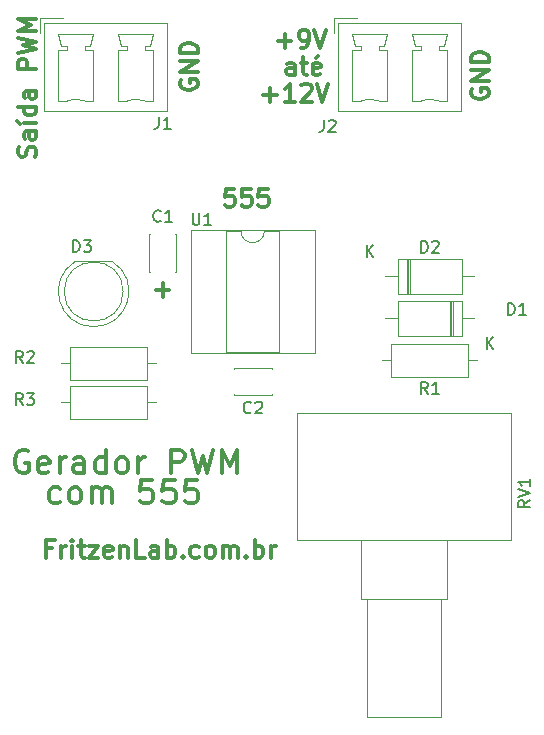
<source format=gto>
G04 #@! TF.GenerationSoftware,KiCad,Pcbnew,8.0.6*
G04 #@! TF.CreationDate,2024-11-03T16:49:19-03:00*
G04 #@! TF.ProjectId,555-gerador-PWM-r01,3535352d-6765-4726-9164-6f722d50574d,rev?*
G04 #@! TF.SameCoordinates,Original*
G04 #@! TF.FileFunction,Legend,Top*
G04 #@! TF.FilePolarity,Positive*
%FSLAX46Y46*%
G04 Gerber Fmt 4.6, Leading zero omitted, Abs format (unit mm)*
G04 Created by KiCad (PCBNEW 8.0.6) date 2024-11-03 16:49:19*
%MOMM*%
%LPD*%
G01*
G04 APERTURE LIST*
%ADD10C,0.300000*%
%ADD11C,0.150000*%
%ADD12C,0.120000*%
G04 APERTURE END LIST*
D10*
X124667047Y-126544400D02*
X124476571Y-126639638D01*
X124476571Y-126639638D02*
X124095618Y-126639638D01*
X124095618Y-126639638D02*
X123905142Y-126544400D01*
X123905142Y-126544400D02*
X123809904Y-126449161D01*
X123809904Y-126449161D02*
X123714666Y-126258685D01*
X123714666Y-126258685D02*
X123714666Y-125687257D01*
X123714666Y-125687257D02*
X123809904Y-125496780D01*
X123809904Y-125496780D02*
X123905142Y-125401542D01*
X123905142Y-125401542D02*
X124095618Y-125306304D01*
X124095618Y-125306304D02*
X124476571Y-125306304D01*
X124476571Y-125306304D02*
X124667047Y-125401542D01*
X125809904Y-126639638D02*
X125619428Y-126544400D01*
X125619428Y-126544400D02*
X125524190Y-126449161D01*
X125524190Y-126449161D02*
X125428952Y-126258685D01*
X125428952Y-126258685D02*
X125428952Y-125687257D01*
X125428952Y-125687257D02*
X125524190Y-125496780D01*
X125524190Y-125496780D02*
X125619428Y-125401542D01*
X125619428Y-125401542D02*
X125809904Y-125306304D01*
X125809904Y-125306304D02*
X126095619Y-125306304D01*
X126095619Y-125306304D02*
X126286095Y-125401542D01*
X126286095Y-125401542D02*
X126381333Y-125496780D01*
X126381333Y-125496780D02*
X126476571Y-125687257D01*
X126476571Y-125687257D02*
X126476571Y-126258685D01*
X126476571Y-126258685D02*
X126381333Y-126449161D01*
X126381333Y-126449161D02*
X126286095Y-126544400D01*
X126286095Y-126544400D02*
X126095619Y-126639638D01*
X126095619Y-126639638D02*
X125809904Y-126639638D01*
X127333714Y-126639638D02*
X127333714Y-125306304D01*
X127333714Y-125496780D02*
X127428952Y-125401542D01*
X127428952Y-125401542D02*
X127619428Y-125306304D01*
X127619428Y-125306304D02*
X127905143Y-125306304D01*
X127905143Y-125306304D02*
X128095619Y-125401542D01*
X128095619Y-125401542D02*
X128190857Y-125592019D01*
X128190857Y-125592019D02*
X128190857Y-126639638D01*
X128190857Y-125592019D02*
X128286095Y-125401542D01*
X128286095Y-125401542D02*
X128476571Y-125306304D01*
X128476571Y-125306304D02*
X128762285Y-125306304D01*
X128762285Y-125306304D02*
X128952762Y-125401542D01*
X128952762Y-125401542D02*
X129048000Y-125592019D01*
X129048000Y-125592019D02*
X129048000Y-126639638D01*
X132476572Y-124639638D02*
X131524191Y-124639638D01*
X131524191Y-124639638D02*
X131428953Y-125592019D01*
X131428953Y-125592019D02*
X131524191Y-125496780D01*
X131524191Y-125496780D02*
X131714667Y-125401542D01*
X131714667Y-125401542D02*
X132190858Y-125401542D01*
X132190858Y-125401542D02*
X132381334Y-125496780D01*
X132381334Y-125496780D02*
X132476572Y-125592019D01*
X132476572Y-125592019D02*
X132571810Y-125782495D01*
X132571810Y-125782495D02*
X132571810Y-126258685D01*
X132571810Y-126258685D02*
X132476572Y-126449161D01*
X132476572Y-126449161D02*
X132381334Y-126544400D01*
X132381334Y-126544400D02*
X132190858Y-126639638D01*
X132190858Y-126639638D02*
X131714667Y-126639638D01*
X131714667Y-126639638D02*
X131524191Y-126544400D01*
X131524191Y-126544400D02*
X131428953Y-126449161D01*
X134381334Y-124639638D02*
X133428953Y-124639638D01*
X133428953Y-124639638D02*
X133333715Y-125592019D01*
X133333715Y-125592019D02*
X133428953Y-125496780D01*
X133428953Y-125496780D02*
X133619429Y-125401542D01*
X133619429Y-125401542D02*
X134095620Y-125401542D01*
X134095620Y-125401542D02*
X134286096Y-125496780D01*
X134286096Y-125496780D02*
X134381334Y-125592019D01*
X134381334Y-125592019D02*
X134476572Y-125782495D01*
X134476572Y-125782495D02*
X134476572Y-126258685D01*
X134476572Y-126258685D02*
X134381334Y-126449161D01*
X134381334Y-126449161D02*
X134286096Y-126544400D01*
X134286096Y-126544400D02*
X134095620Y-126639638D01*
X134095620Y-126639638D02*
X133619429Y-126639638D01*
X133619429Y-126639638D02*
X133428953Y-126544400D01*
X133428953Y-126544400D02*
X133333715Y-126449161D01*
X136286096Y-124639638D02*
X135333715Y-124639638D01*
X135333715Y-124639638D02*
X135238477Y-125592019D01*
X135238477Y-125592019D02*
X135333715Y-125496780D01*
X135333715Y-125496780D02*
X135524191Y-125401542D01*
X135524191Y-125401542D02*
X136000382Y-125401542D01*
X136000382Y-125401542D02*
X136190858Y-125496780D01*
X136190858Y-125496780D02*
X136286096Y-125592019D01*
X136286096Y-125592019D02*
X136381334Y-125782495D01*
X136381334Y-125782495D02*
X136381334Y-126258685D01*
X136381334Y-126258685D02*
X136286096Y-126449161D01*
X136286096Y-126449161D02*
X136190858Y-126544400D01*
X136190858Y-126544400D02*
X136000382Y-126639638D01*
X136000382Y-126639638D02*
X135524191Y-126639638D01*
X135524191Y-126639638D02*
X135333715Y-126544400D01*
X135333715Y-126544400D02*
X135238477Y-126449161D01*
X121968666Y-122194876D02*
X121778190Y-122099638D01*
X121778190Y-122099638D02*
X121492476Y-122099638D01*
X121492476Y-122099638D02*
X121206761Y-122194876D01*
X121206761Y-122194876D02*
X121016285Y-122385352D01*
X121016285Y-122385352D02*
X120921047Y-122575828D01*
X120921047Y-122575828D02*
X120825809Y-122956780D01*
X120825809Y-122956780D02*
X120825809Y-123242495D01*
X120825809Y-123242495D02*
X120921047Y-123623447D01*
X120921047Y-123623447D02*
X121016285Y-123813923D01*
X121016285Y-123813923D02*
X121206761Y-124004400D01*
X121206761Y-124004400D02*
X121492476Y-124099638D01*
X121492476Y-124099638D02*
X121682952Y-124099638D01*
X121682952Y-124099638D02*
X121968666Y-124004400D01*
X121968666Y-124004400D02*
X122063904Y-123909161D01*
X122063904Y-123909161D02*
X122063904Y-123242495D01*
X122063904Y-123242495D02*
X121682952Y-123242495D01*
X123682952Y-124004400D02*
X123492476Y-124099638D01*
X123492476Y-124099638D02*
X123111523Y-124099638D01*
X123111523Y-124099638D02*
X122921047Y-124004400D01*
X122921047Y-124004400D02*
X122825809Y-123813923D01*
X122825809Y-123813923D02*
X122825809Y-123052019D01*
X122825809Y-123052019D02*
X122921047Y-122861542D01*
X122921047Y-122861542D02*
X123111523Y-122766304D01*
X123111523Y-122766304D02*
X123492476Y-122766304D01*
X123492476Y-122766304D02*
X123682952Y-122861542D01*
X123682952Y-122861542D02*
X123778190Y-123052019D01*
X123778190Y-123052019D02*
X123778190Y-123242495D01*
X123778190Y-123242495D02*
X122825809Y-123432971D01*
X124635333Y-124099638D02*
X124635333Y-122766304D01*
X124635333Y-123147257D02*
X124730571Y-122956780D01*
X124730571Y-122956780D02*
X124825809Y-122861542D01*
X124825809Y-122861542D02*
X125016285Y-122766304D01*
X125016285Y-122766304D02*
X125206762Y-122766304D01*
X126730571Y-124099638D02*
X126730571Y-123052019D01*
X126730571Y-123052019D02*
X126635333Y-122861542D01*
X126635333Y-122861542D02*
X126444857Y-122766304D01*
X126444857Y-122766304D02*
X126063904Y-122766304D01*
X126063904Y-122766304D02*
X125873428Y-122861542D01*
X126730571Y-124004400D02*
X126540095Y-124099638D01*
X126540095Y-124099638D02*
X126063904Y-124099638D01*
X126063904Y-124099638D02*
X125873428Y-124004400D01*
X125873428Y-124004400D02*
X125778190Y-123813923D01*
X125778190Y-123813923D02*
X125778190Y-123623447D01*
X125778190Y-123623447D02*
X125873428Y-123432971D01*
X125873428Y-123432971D02*
X126063904Y-123337733D01*
X126063904Y-123337733D02*
X126540095Y-123337733D01*
X126540095Y-123337733D02*
X126730571Y-123242495D01*
X128540095Y-124099638D02*
X128540095Y-122099638D01*
X128540095Y-124004400D02*
X128349619Y-124099638D01*
X128349619Y-124099638D02*
X127968666Y-124099638D01*
X127968666Y-124099638D02*
X127778190Y-124004400D01*
X127778190Y-124004400D02*
X127682952Y-123909161D01*
X127682952Y-123909161D02*
X127587714Y-123718685D01*
X127587714Y-123718685D02*
X127587714Y-123147257D01*
X127587714Y-123147257D02*
X127682952Y-122956780D01*
X127682952Y-122956780D02*
X127778190Y-122861542D01*
X127778190Y-122861542D02*
X127968666Y-122766304D01*
X127968666Y-122766304D02*
X128349619Y-122766304D01*
X128349619Y-122766304D02*
X128540095Y-122861542D01*
X129778190Y-124099638D02*
X129587714Y-124004400D01*
X129587714Y-124004400D02*
X129492476Y-123909161D01*
X129492476Y-123909161D02*
X129397238Y-123718685D01*
X129397238Y-123718685D02*
X129397238Y-123147257D01*
X129397238Y-123147257D02*
X129492476Y-122956780D01*
X129492476Y-122956780D02*
X129587714Y-122861542D01*
X129587714Y-122861542D02*
X129778190Y-122766304D01*
X129778190Y-122766304D02*
X130063905Y-122766304D01*
X130063905Y-122766304D02*
X130254381Y-122861542D01*
X130254381Y-122861542D02*
X130349619Y-122956780D01*
X130349619Y-122956780D02*
X130444857Y-123147257D01*
X130444857Y-123147257D02*
X130444857Y-123718685D01*
X130444857Y-123718685D02*
X130349619Y-123909161D01*
X130349619Y-123909161D02*
X130254381Y-124004400D01*
X130254381Y-124004400D02*
X130063905Y-124099638D01*
X130063905Y-124099638D02*
X129778190Y-124099638D01*
X131302000Y-124099638D02*
X131302000Y-122766304D01*
X131302000Y-123147257D02*
X131397238Y-122956780D01*
X131397238Y-122956780D02*
X131492476Y-122861542D01*
X131492476Y-122861542D02*
X131682952Y-122766304D01*
X131682952Y-122766304D02*
X131873429Y-122766304D01*
X134063905Y-124099638D02*
X134063905Y-122099638D01*
X134063905Y-122099638D02*
X134825810Y-122099638D01*
X134825810Y-122099638D02*
X135016286Y-122194876D01*
X135016286Y-122194876D02*
X135111524Y-122290114D01*
X135111524Y-122290114D02*
X135206762Y-122480590D01*
X135206762Y-122480590D02*
X135206762Y-122766304D01*
X135206762Y-122766304D02*
X135111524Y-122956780D01*
X135111524Y-122956780D02*
X135016286Y-123052019D01*
X135016286Y-123052019D02*
X134825810Y-123147257D01*
X134825810Y-123147257D02*
X134063905Y-123147257D01*
X135873429Y-122099638D02*
X136349619Y-124099638D01*
X136349619Y-124099638D02*
X136730572Y-122671066D01*
X136730572Y-122671066D02*
X137111524Y-124099638D01*
X137111524Y-124099638D02*
X137587715Y-122099638D01*
X138349619Y-124099638D02*
X138349619Y-122099638D01*
X138349619Y-122099638D02*
X139016286Y-123528209D01*
X139016286Y-123528209D02*
X139682952Y-122099638D01*
X139682952Y-122099638D02*
X139682952Y-124099638D01*
X132778571Y-108564900D02*
X133921429Y-108564900D01*
X133350000Y-109136328D02*
X133350000Y-107993471D01*
X139390572Y-100016328D02*
X138676286Y-100016328D01*
X138676286Y-100016328D02*
X138604858Y-100730614D01*
X138604858Y-100730614D02*
X138676286Y-100659185D01*
X138676286Y-100659185D02*
X138819144Y-100587757D01*
X138819144Y-100587757D02*
X139176286Y-100587757D01*
X139176286Y-100587757D02*
X139319144Y-100659185D01*
X139319144Y-100659185D02*
X139390572Y-100730614D01*
X139390572Y-100730614D02*
X139462001Y-100873471D01*
X139462001Y-100873471D02*
X139462001Y-101230614D01*
X139462001Y-101230614D02*
X139390572Y-101373471D01*
X139390572Y-101373471D02*
X139319144Y-101444900D01*
X139319144Y-101444900D02*
X139176286Y-101516328D01*
X139176286Y-101516328D02*
X138819144Y-101516328D01*
X138819144Y-101516328D02*
X138676286Y-101444900D01*
X138676286Y-101444900D02*
X138604858Y-101373471D01*
X140819143Y-100016328D02*
X140104857Y-100016328D01*
X140104857Y-100016328D02*
X140033429Y-100730614D01*
X140033429Y-100730614D02*
X140104857Y-100659185D01*
X140104857Y-100659185D02*
X140247715Y-100587757D01*
X140247715Y-100587757D02*
X140604857Y-100587757D01*
X140604857Y-100587757D02*
X140747715Y-100659185D01*
X140747715Y-100659185D02*
X140819143Y-100730614D01*
X140819143Y-100730614D02*
X140890572Y-100873471D01*
X140890572Y-100873471D02*
X140890572Y-101230614D01*
X140890572Y-101230614D02*
X140819143Y-101373471D01*
X140819143Y-101373471D02*
X140747715Y-101444900D01*
X140747715Y-101444900D02*
X140604857Y-101516328D01*
X140604857Y-101516328D02*
X140247715Y-101516328D01*
X140247715Y-101516328D02*
X140104857Y-101444900D01*
X140104857Y-101444900D02*
X140033429Y-101373471D01*
X142247714Y-100016328D02*
X141533428Y-100016328D01*
X141533428Y-100016328D02*
X141462000Y-100730614D01*
X141462000Y-100730614D02*
X141533428Y-100659185D01*
X141533428Y-100659185D02*
X141676286Y-100587757D01*
X141676286Y-100587757D02*
X142033428Y-100587757D01*
X142033428Y-100587757D02*
X142176286Y-100659185D01*
X142176286Y-100659185D02*
X142247714Y-100730614D01*
X142247714Y-100730614D02*
X142319143Y-100873471D01*
X142319143Y-100873471D02*
X142319143Y-101230614D01*
X142319143Y-101230614D02*
X142247714Y-101373471D01*
X142247714Y-101373471D02*
X142176286Y-101444900D01*
X142176286Y-101444900D02*
X142033428Y-101516328D01*
X142033428Y-101516328D02*
X141676286Y-101516328D01*
X141676286Y-101516328D02*
X141533428Y-101444900D01*
X141533428Y-101444900D02*
X141462000Y-101373471D01*
X122526900Y-97297142D02*
X122598328Y-97082857D01*
X122598328Y-97082857D02*
X122598328Y-96725714D01*
X122598328Y-96725714D02*
X122526900Y-96582857D01*
X122526900Y-96582857D02*
X122455471Y-96511428D01*
X122455471Y-96511428D02*
X122312614Y-96439999D01*
X122312614Y-96439999D02*
X122169757Y-96439999D01*
X122169757Y-96439999D02*
X122026900Y-96511428D01*
X122026900Y-96511428D02*
X121955471Y-96582857D01*
X121955471Y-96582857D02*
X121884042Y-96725714D01*
X121884042Y-96725714D02*
X121812614Y-97011428D01*
X121812614Y-97011428D02*
X121741185Y-97154285D01*
X121741185Y-97154285D02*
X121669757Y-97225714D01*
X121669757Y-97225714D02*
X121526900Y-97297142D01*
X121526900Y-97297142D02*
X121384042Y-97297142D01*
X121384042Y-97297142D02*
X121241185Y-97225714D01*
X121241185Y-97225714D02*
X121169757Y-97154285D01*
X121169757Y-97154285D02*
X121098328Y-97011428D01*
X121098328Y-97011428D02*
X121098328Y-96654285D01*
X121098328Y-96654285D02*
X121169757Y-96439999D01*
X122598328Y-95154286D02*
X121812614Y-95154286D01*
X121812614Y-95154286D02*
X121669757Y-95225714D01*
X121669757Y-95225714D02*
X121598328Y-95368571D01*
X121598328Y-95368571D02*
X121598328Y-95654286D01*
X121598328Y-95654286D02*
X121669757Y-95797143D01*
X122526900Y-95154286D02*
X122598328Y-95297143D01*
X122598328Y-95297143D02*
X122598328Y-95654286D01*
X122598328Y-95654286D02*
X122526900Y-95797143D01*
X122526900Y-95797143D02*
X122384042Y-95868571D01*
X122384042Y-95868571D02*
X122241185Y-95868571D01*
X122241185Y-95868571D02*
X122098328Y-95797143D01*
X122098328Y-95797143D02*
X122026900Y-95654286D01*
X122026900Y-95654286D02*
X122026900Y-95297143D01*
X122026900Y-95297143D02*
X121955471Y-95154286D01*
X122598328Y-94440000D02*
X121598328Y-94440000D01*
X121026900Y-94297143D02*
X121241185Y-94511428D01*
X122598328Y-93082857D02*
X121098328Y-93082857D01*
X122526900Y-93082857D02*
X122598328Y-93225714D01*
X122598328Y-93225714D02*
X122598328Y-93511428D01*
X122598328Y-93511428D02*
X122526900Y-93654285D01*
X122526900Y-93654285D02*
X122455471Y-93725714D01*
X122455471Y-93725714D02*
X122312614Y-93797142D01*
X122312614Y-93797142D02*
X121884042Y-93797142D01*
X121884042Y-93797142D02*
X121741185Y-93725714D01*
X121741185Y-93725714D02*
X121669757Y-93654285D01*
X121669757Y-93654285D02*
X121598328Y-93511428D01*
X121598328Y-93511428D02*
X121598328Y-93225714D01*
X121598328Y-93225714D02*
X121669757Y-93082857D01*
X122598328Y-91725714D02*
X121812614Y-91725714D01*
X121812614Y-91725714D02*
X121669757Y-91797142D01*
X121669757Y-91797142D02*
X121598328Y-91939999D01*
X121598328Y-91939999D02*
X121598328Y-92225714D01*
X121598328Y-92225714D02*
X121669757Y-92368571D01*
X122526900Y-91725714D02*
X122598328Y-91868571D01*
X122598328Y-91868571D02*
X122598328Y-92225714D01*
X122598328Y-92225714D02*
X122526900Y-92368571D01*
X122526900Y-92368571D02*
X122384042Y-92439999D01*
X122384042Y-92439999D02*
X122241185Y-92439999D01*
X122241185Y-92439999D02*
X122098328Y-92368571D01*
X122098328Y-92368571D02*
X122026900Y-92225714D01*
X122026900Y-92225714D02*
X122026900Y-91868571D01*
X122026900Y-91868571D02*
X121955471Y-91725714D01*
X122598328Y-89868571D02*
X121098328Y-89868571D01*
X121098328Y-89868571D02*
X121098328Y-89297142D01*
X121098328Y-89297142D02*
X121169757Y-89154285D01*
X121169757Y-89154285D02*
X121241185Y-89082856D01*
X121241185Y-89082856D02*
X121384042Y-89011428D01*
X121384042Y-89011428D02*
X121598328Y-89011428D01*
X121598328Y-89011428D02*
X121741185Y-89082856D01*
X121741185Y-89082856D02*
X121812614Y-89154285D01*
X121812614Y-89154285D02*
X121884042Y-89297142D01*
X121884042Y-89297142D02*
X121884042Y-89868571D01*
X121098328Y-88511428D02*
X122598328Y-88154285D01*
X122598328Y-88154285D02*
X121526900Y-87868571D01*
X121526900Y-87868571D02*
X122598328Y-87582856D01*
X122598328Y-87582856D02*
X121098328Y-87225714D01*
X122598328Y-86654285D02*
X121098328Y-86654285D01*
X121098328Y-86654285D02*
X122169757Y-86154285D01*
X122169757Y-86154285D02*
X121098328Y-85654285D01*
X121098328Y-85654285D02*
X122598328Y-85654285D01*
X159523757Y-91566856D02*
X159452328Y-91709714D01*
X159452328Y-91709714D02*
X159452328Y-91923999D01*
X159452328Y-91923999D02*
X159523757Y-92138285D01*
X159523757Y-92138285D02*
X159666614Y-92281142D01*
X159666614Y-92281142D02*
X159809471Y-92352571D01*
X159809471Y-92352571D02*
X160095185Y-92423999D01*
X160095185Y-92423999D02*
X160309471Y-92423999D01*
X160309471Y-92423999D02*
X160595185Y-92352571D01*
X160595185Y-92352571D02*
X160738042Y-92281142D01*
X160738042Y-92281142D02*
X160880900Y-92138285D01*
X160880900Y-92138285D02*
X160952328Y-91923999D01*
X160952328Y-91923999D02*
X160952328Y-91781142D01*
X160952328Y-91781142D02*
X160880900Y-91566856D01*
X160880900Y-91566856D02*
X160809471Y-91495428D01*
X160809471Y-91495428D02*
X160309471Y-91495428D01*
X160309471Y-91495428D02*
X160309471Y-91781142D01*
X160952328Y-90852571D02*
X159452328Y-90852571D01*
X159452328Y-90852571D02*
X160952328Y-89995428D01*
X160952328Y-89995428D02*
X159452328Y-89995428D01*
X160952328Y-89281142D02*
X159452328Y-89281142D01*
X159452328Y-89281142D02*
X159452328Y-88923999D01*
X159452328Y-88923999D02*
X159523757Y-88709713D01*
X159523757Y-88709713D02*
X159666614Y-88566856D01*
X159666614Y-88566856D02*
X159809471Y-88495427D01*
X159809471Y-88495427D02*
X160095185Y-88423999D01*
X160095185Y-88423999D02*
X160309471Y-88423999D01*
X160309471Y-88423999D02*
X160595185Y-88495427D01*
X160595185Y-88495427D02*
X160738042Y-88566856D01*
X160738042Y-88566856D02*
X160880900Y-88709713D01*
X160880900Y-88709713D02*
X160952328Y-88923999D01*
X160952328Y-88923999D02*
X160952328Y-89281142D01*
X134885757Y-90804856D02*
X134814328Y-90947714D01*
X134814328Y-90947714D02*
X134814328Y-91161999D01*
X134814328Y-91161999D02*
X134885757Y-91376285D01*
X134885757Y-91376285D02*
X135028614Y-91519142D01*
X135028614Y-91519142D02*
X135171471Y-91590571D01*
X135171471Y-91590571D02*
X135457185Y-91661999D01*
X135457185Y-91661999D02*
X135671471Y-91661999D01*
X135671471Y-91661999D02*
X135957185Y-91590571D01*
X135957185Y-91590571D02*
X136100042Y-91519142D01*
X136100042Y-91519142D02*
X136242900Y-91376285D01*
X136242900Y-91376285D02*
X136314328Y-91161999D01*
X136314328Y-91161999D02*
X136314328Y-91019142D01*
X136314328Y-91019142D02*
X136242900Y-90804856D01*
X136242900Y-90804856D02*
X136171471Y-90733428D01*
X136171471Y-90733428D02*
X135671471Y-90733428D01*
X135671471Y-90733428D02*
X135671471Y-91019142D01*
X136314328Y-90090571D02*
X134814328Y-90090571D01*
X134814328Y-90090571D02*
X136314328Y-89233428D01*
X136314328Y-89233428D02*
X134814328Y-89233428D01*
X136314328Y-88519142D02*
X134814328Y-88519142D01*
X134814328Y-88519142D02*
X134814328Y-88161999D01*
X134814328Y-88161999D02*
X134885757Y-87947713D01*
X134885757Y-87947713D02*
X135028614Y-87804856D01*
X135028614Y-87804856D02*
X135171471Y-87733427D01*
X135171471Y-87733427D02*
X135457185Y-87661999D01*
X135457185Y-87661999D02*
X135671471Y-87661999D01*
X135671471Y-87661999D02*
X135957185Y-87733427D01*
X135957185Y-87733427D02*
X136100042Y-87804856D01*
X136100042Y-87804856D02*
X136242900Y-87947713D01*
X136242900Y-87947713D02*
X136314328Y-88161999D01*
X136314328Y-88161999D02*
X136314328Y-88519142D01*
X141883143Y-92054900D02*
X143026001Y-92054900D01*
X142454572Y-92626328D02*
X142454572Y-91483471D01*
X144526001Y-92626328D02*
X143668858Y-92626328D01*
X144097429Y-92626328D02*
X144097429Y-91126328D01*
X144097429Y-91126328D02*
X143954572Y-91340614D01*
X143954572Y-91340614D02*
X143811715Y-91483471D01*
X143811715Y-91483471D02*
X143668858Y-91554900D01*
X145097429Y-91269185D02*
X145168857Y-91197757D01*
X145168857Y-91197757D02*
X145311715Y-91126328D01*
X145311715Y-91126328D02*
X145668857Y-91126328D01*
X145668857Y-91126328D02*
X145811715Y-91197757D01*
X145811715Y-91197757D02*
X145883143Y-91269185D01*
X145883143Y-91269185D02*
X145954572Y-91412042D01*
X145954572Y-91412042D02*
X145954572Y-91554900D01*
X145954572Y-91554900D02*
X145883143Y-91769185D01*
X145883143Y-91769185D02*
X145026000Y-92626328D01*
X145026000Y-92626328D02*
X145954572Y-92626328D01*
X146383143Y-91126328D02*
X146883143Y-92626328D01*
X146883143Y-92626328D02*
X147383143Y-91126328D01*
X144538000Y-90340328D02*
X144538000Y-89554614D01*
X144538000Y-89554614D02*
X144466571Y-89411757D01*
X144466571Y-89411757D02*
X144323714Y-89340328D01*
X144323714Y-89340328D02*
X144038000Y-89340328D01*
X144038000Y-89340328D02*
X143895142Y-89411757D01*
X144538000Y-90268900D02*
X144395142Y-90340328D01*
X144395142Y-90340328D02*
X144038000Y-90340328D01*
X144038000Y-90340328D02*
X143895142Y-90268900D01*
X143895142Y-90268900D02*
X143823714Y-90126042D01*
X143823714Y-90126042D02*
X143823714Y-89983185D01*
X143823714Y-89983185D02*
X143895142Y-89840328D01*
X143895142Y-89840328D02*
X144038000Y-89768900D01*
X144038000Y-89768900D02*
X144395142Y-89768900D01*
X144395142Y-89768900D02*
X144538000Y-89697471D01*
X145038000Y-89340328D02*
X145609428Y-89340328D01*
X145252285Y-88840328D02*
X145252285Y-90126042D01*
X145252285Y-90126042D02*
X145323714Y-90268900D01*
X145323714Y-90268900D02*
X145466571Y-90340328D01*
X145466571Y-90340328D02*
X145609428Y-90340328D01*
X146680857Y-90268900D02*
X146538000Y-90340328D01*
X146538000Y-90340328D02*
X146252286Y-90340328D01*
X146252286Y-90340328D02*
X146109428Y-90268900D01*
X146109428Y-90268900D02*
X146038000Y-90126042D01*
X146038000Y-90126042D02*
X146038000Y-89554614D01*
X146038000Y-89554614D02*
X146109428Y-89411757D01*
X146109428Y-89411757D02*
X146252286Y-89340328D01*
X146252286Y-89340328D02*
X146538000Y-89340328D01*
X146538000Y-89340328D02*
X146680857Y-89411757D01*
X146680857Y-89411757D02*
X146752286Y-89554614D01*
X146752286Y-89554614D02*
X146752286Y-89697471D01*
X146752286Y-89697471D02*
X146038000Y-89840328D01*
X146538000Y-88768900D02*
X146323714Y-88983185D01*
X143105428Y-87482900D02*
X144248286Y-87482900D01*
X143676857Y-88054328D02*
X143676857Y-86911471D01*
X145034000Y-88054328D02*
X145319714Y-88054328D01*
X145319714Y-88054328D02*
X145462571Y-87982900D01*
X145462571Y-87982900D02*
X145534000Y-87911471D01*
X145534000Y-87911471D02*
X145676857Y-87697185D01*
X145676857Y-87697185D02*
X145748286Y-87411471D01*
X145748286Y-87411471D02*
X145748286Y-86840042D01*
X145748286Y-86840042D02*
X145676857Y-86697185D01*
X145676857Y-86697185D02*
X145605429Y-86625757D01*
X145605429Y-86625757D02*
X145462571Y-86554328D01*
X145462571Y-86554328D02*
X145176857Y-86554328D01*
X145176857Y-86554328D02*
X145034000Y-86625757D01*
X145034000Y-86625757D02*
X144962571Y-86697185D01*
X144962571Y-86697185D02*
X144891143Y-86840042D01*
X144891143Y-86840042D02*
X144891143Y-87197185D01*
X144891143Y-87197185D02*
X144962571Y-87340042D01*
X144962571Y-87340042D02*
X145034000Y-87411471D01*
X145034000Y-87411471D02*
X145176857Y-87482900D01*
X145176857Y-87482900D02*
X145462571Y-87482900D01*
X145462571Y-87482900D02*
X145605429Y-87411471D01*
X145605429Y-87411471D02*
X145676857Y-87340042D01*
X145676857Y-87340042D02*
X145748286Y-87197185D01*
X146176857Y-86554328D02*
X146676857Y-88054328D01*
X146676857Y-88054328D02*
X147176857Y-86554328D01*
X123988856Y-130448614D02*
X123488856Y-130448614D01*
X123488856Y-131234328D02*
X123488856Y-129734328D01*
X123488856Y-129734328D02*
X124203142Y-129734328D01*
X124774570Y-131234328D02*
X124774570Y-130234328D01*
X124774570Y-130520042D02*
X124845999Y-130377185D01*
X124845999Y-130377185D02*
X124917428Y-130305757D01*
X124917428Y-130305757D02*
X125060285Y-130234328D01*
X125060285Y-130234328D02*
X125203142Y-130234328D01*
X125703141Y-131234328D02*
X125703141Y-130234328D01*
X125703141Y-129734328D02*
X125631713Y-129805757D01*
X125631713Y-129805757D02*
X125703141Y-129877185D01*
X125703141Y-129877185D02*
X125774570Y-129805757D01*
X125774570Y-129805757D02*
X125703141Y-129734328D01*
X125703141Y-129734328D02*
X125703141Y-129877185D01*
X126203142Y-130234328D02*
X126774570Y-130234328D01*
X126417427Y-129734328D02*
X126417427Y-131020042D01*
X126417427Y-131020042D02*
X126488856Y-131162900D01*
X126488856Y-131162900D02*
X126631713Y-131234328D01*
X126631713Y-131234328D02*
X126774570Y-131234328D01*
X127131713Y-130234328D02*
X127917428Y-130234328D01*
X127917428Y-130234328D02*
X127131713Y-131234328D01*
X127131713Y-131234328D02*
X127917428Y-131234328D01*
X129060285Y-131162900D02*
X128917428Y-131234328D01*
X128917428Y-131234328D02*
X128631714Y-131234328D01*
X128631714Y-131234328D02*
X128488856Y-131162900D01*
X128488856Y-131162900D02*
X128417428Y-131020042D01*
X128417428Y-131020042D02*
X128417428Y-130448614D01*
X128417428Y-130448614D02*
X128488856Y-130305757D01*
X128488856Y-130305757D02*
X128631714Y-130234328D01*
X128631714Y-130234328D02*
X128917428Y-130234328D01*
X128917428Y-130234328D02*
X129060285Y-130305757D01*
X129060285Y-130305757D02*
X129131714Y-130448614D01*
X129131714Y-130448614D02*
X129131714Y-130591471D01*
X129131714Y-130591471D02*
X128417428Y-130734328D01*
X129774570Y-130234328D02*
X129774570Y-131234328D01*
X129774570Y-130377185D02*
X129845999Y-130305757D01*
X129845999Y-130305757D02*
X129988856Y-130234328D01*
X129988856Y-130234328D02*
X130203142Y-130234328D01*
X130203142Y-130234328D02*
X130345999Y-130305757D01*
X130345999Y-130305757D02*
X130417428Y-130448614D01*
X130417428Y-130448614D02*
X130417428Y-131234328D01*
X131845999Y-131234328D02*
X131131713Y-131234328D01*
X131131713Y-131234328D02*
X131131713Y-129734328D01*
X132988857Y-131234328D02*
X132988857Y-130448614D01*
X132988857Y-130448614D02*
X132917428Y-130305757D01*
X132917428Y-130305757D02*
X132774571Y-130234328D01*
X132774571Y-130234328D02*
X132488857Y-130234328D01*
X132488857Y-130234328D02*
X132345999Y-130305757D01*
X132988857Y-131162900D02*
X132845999Y-131234328D01*
X132845999Y-131234328D02*
X132488857Y-131234328D01*
X132488857Y-131234328D02*
X132345999Y-131162900D01*
X132345999Y-131162900D02*
X132274571Y-131020042D01*
X132274571Y-131020042D02*
X132274571Y-130877185D01*
X132274571Y-130877185D02*
X132345999Y-130734328D01*
X132345999Y-130734328D02*
X132488857Y-130662900D01*
X132488857Y-130662900D02*
X132845999Y-130662900D01*
X132845999Y-130662900D02*
X132988857Y-130591471D01*
X133703142Y-131234328D02*
X133703142Y-129734328D01*
X133703142Y-130305757D02*
X133846000Y-130234328D01*
X133846000Y-130234328D02*
X134131714Y-130234328D01*
X134131714Y-130234328D02*
X134274571Y-130305757D01*
X134274571Y-130305757D02*
X134346000Y-130377185D01*
X134346000Y-130377185D02*
X134417428Y-130520042D01*
X134417428Y-130520042D02*
X134417428Y-130948614D01*
X134417428Y-130948614D02*
X134346000Y-131091471D01*
X134346000Y-131091471D02*
X134274571Y-131162900D01*
X134274571Y-131162900D02*
X134131714Y-131234328D01*
X134131714Y-131234328D02*
X133846000Y-131234328D01*
X133846000Y-131234328D02*
X133703142Y-131162900D01*
X135060285Y-131091471D02*
X135131714Y-131162900D01*
X135131714Y-131162900D02*
X135060285Y-131234328D01*
X135060285Y-131234328D02*
X134988857Y-131162900D01*
X134988857Y-131162900D02*
X135060285Y-131091471D01*
X135060285Y-131091471D02*
X135060285Y-131234328D01*
X136417429Y-131162900D02*
X136274571Y-131234328D01*
X136274571Y-131234328D02*
X135988857Y-131234328D01*
X135988857Y-131234328D02*
X135846000Y-131162900D01*
X135846000Y-131162900D02*
X135774571Y-131091471D01*
X135774571Y-131091471D02*
X135703143Y-130948614D01*
X135703143Y-130948614D02*
X135703143Y-130520042D01*
X135703143Y-130520042D02*
X135774571Y-130377185D01*
X135774571Y-130377185D02*
X135846000Y-130305757D01*
X135846000Y-130305757D02*
X135988857Y-130234328D01*
X135988857Y-130234328D02*
X136274571Y-130234328D01*
X136274571Y-130234328D02*
X136417429Y-130305757D01*
X137274571Y-131234328D02*
X137131714Y-131162900D01*
X137131714Y-131162900D02*
X137060285Y-131091471D01*
X137060285Y-131091471D02*
X136988857Y-130948614D01*
X136988857Y-130948614D02*
X136988857Y-130520042D01*
X136988857Y-130520042D02*
X137060285Y-130377185D01*
X137060285Y-130377185D02*
X137131714Y-130305757D01*
X137131714Y-130305757D02*
X137274571Y-130234328D01*
X137274571Y-130234328D02*
X137488857Y-130234328D01*
X137488857Y-130234328D02*
X137631714Y-130305757D01*
X137631714Y-130305757D02*
X137703143Y-130377185D01*
X137703143Y-130377185D02*
X137774571Y-130520042D01*
X137774571Y-130520042D02*
X137774571Y-130948614D01*
X137774571Y-130948614D02*
X137703143Y-131091471D01*
X137703143Y-131091471D02*
X137631714Y-131162900D01*
X137631714Y-131162900D02*
X137488857Y-131234328D01*
X137488857Y-131234328D02*
X137274571Y-131234328D01*
X138417428Y-131234328D02*
X138417428Y-130234328D01*
X138417428Y-130377185D02*
X138488857Y-130305757D01*
X138488857Y-130305757D02*
X138631714Y-130234328D01*
X138631714Y-130234328D02*
X138846000Y-130234328D01*
X138846000Y-130234328D02*
X138988857Y-130305757D01*
X138988857Y-130305757D02*
X139060286Y-130448614D01*
X139060286Y-130448614D02*
X139060286Y-131234328D01*
X139060286Y-130448614D02*
X139131714Y-130305757D01*
X139131714Y-130305757D02*
X139274571Y-130234328D01*
X139274571Y-130234328D02*
X139488857Y-130234328D01*
X139488857Y-130234328D02*
X139631714Y-130305757D01*
X139631714Y-130305757D02*
X139703143Y-130448614D01*
X139703143Y-130448614D02*
X139703143Y-131234328D01*
X140417428Y-131091471D02*
X140488857Y-131162900D01*
X140488857Y-131162900D02*
X140417428Y-131234328D01*
X140417428Y-131234328D02*
X140346000Y-131162900D01*
X140346000Y-131162900D02*
X140417428Y-131091471D01*
X140417428Y-131091471D02*
X140417428Y-131234328D01*
X141131714Y-131234328D02*
X141131714Y-129734328D01*
X141131714Y-130305757D02*
X141274572Y-130234328D01*
X141274572Y-130234328D02*
X141560286Y-130234328D01*
X141560286Y-130234328D02*
X141703143Y-130305757D01*
X141703143Y-130305757D02*
X141774572Y-130377185D01*
X141774572Y-130377185D02*
X141846000Y-130520042D01*
X141846000Y-130520042D02*
X141846000Y-130948614D01*
X141846000Y-130948614D02*
X141774572Y-131091471D01*
X141774572Y-131091471D02*
X141703143Y-131162900D01*
X141703143Y-131162900D02*
X141560286Y-131234328D01*
X141560286Y-131234328D02*
X141274572Y-131234328D01*
X141274572Y-131234328D02*
X141131714Y-131162900D01*
X142488857Y-131234328D02*
X142488857Y-130234328D01*
X142488857Y-130520042D02*
X142560286Y-130377185D01*
X142560286Y-130377185D02*
X142631715Y-130305757D01*
X142631715Y-130305757D02*
X142774572Y-130234328D01*
X142774572Y-130234328D02*
X142917429Y-130234328D01*
D11*
X164454819Y-126395238D02*
X163978628Y-126728571D01*
X164454819Y-126966666D02*
X163454819Y-126966666D01*
X163454819Y-126966666D02*
X163454819Y-126585714D01*
X163454819Y-126585714D02*
X163502438Y-126490476D01*
X163502438Y-126490476D02*
X163550057Y-126442857D01*
X163550057Y-126442857D02*
X163645295Y-126395238D01*
X163645295Y-126395238D02*
X163788152Y-126395238D01*
X163788152Y-126395238D02*
X163883390Y-126442857D01*
X163883390Y-126442857D02*
X163931009Y-126490476D01*
X163931009Y-126490476D02*
X163978628Y-126585714D01*
X163978628Y-126585714D02*
X163978628Y-126966666D01*
X163454819Y-126109523D02*
X164454819Y-125776190D01*
X164454819Y-125776190D02*
X163454819Y-125442857D01*
X164454819Y-124585714D02*
X164454819Y-125157142D01*
X164454819Y-124871428D02*
X163454819Y-124871428D01*
X163454819Y-124871428D02*
X163597676Y-124966666D01*
X163597676Y-124966666D02*
X163692914Y-125061904D01*
X163692914Y-125061904D02*
X163740533Y-125157142D01*
X146986666Y-94196819D02*
X146986666Y-94911104D01*
X146986666Y-94911104D02*
X146939047Y-95053961D01*
X146939047Y-95053961D02*
X146843809Y-95149200D01*
X146843809Y-95149200D02*
X146700952Y-95196819D01*
X146700952Y-95196819D02*
X146605714Y-95196819D01*
X147415238Y-94292057D02*
X147462857Y-94244438D01*
X147462857Y-94244438D02*
X147558095Y-94196819D01*
X147558095Y-94196819D02*
X147796190Y-94196819D01*
X147796190Y-94196819D02*
X147891428Y-94244438D01*
X147891428Y-94244438D02*
X147939047Y-94292057D01*
X147939047Y-94292057D02*
X147986666Y-94387295D01*
X147986666Y-94387295D02*
X147986666Y-94482533D01*
X147986666Y-94482533D02*
X147939047Y-94625390D01*
X147939047Y-94625390D02*
X147367619Y-95196819D01*
X147367619Y-95196819D02*
X147986666Y-95196819D01*
X133016666Y-93942819D02*
X133016666Y-94657104D01*
X133016666Y-94657104D02*
X132969047Y-94799961D01*
X132969047Y-94799961D02*
X132873809Y-94895200D01*
X132873809Y-94895200D02*
X132730952Y-94942819D01*
X132730952Y-94942819D02*
X132635714Y-94942819D01*
X134016666Y-94942819D02*
X133445238Y-94942819D01*
X133730952Y-94942819D02*
X133730952Y-93942819D01*
X133730952Y-93942819D02*
X133635714Y-94085676D01*
X133635714Y-94085676D02*
X133540476Y-94180914D01*
X133540476Y-94180914D02*
X133445238Y-94228533D01*
X140823333Y-118941580D02*
X140775714Y-118989200D01*
X140775714Y-118989200D02*
X140632857Y-119036819D01*
X140632857Y-119036819D02*
X140537619Y-119036819D01*
X140537619Y-119036819D02*
X140394762Y-118989200D01*
X140394762Y-118989200D02*
X140299524Y-118893961D01*
X140299524Y-118893961D02*
X140251905Y-118798723D01*
X140251905Y-118798723D02*
X140204286Y-118608247D01*
X140204286Y-118608247D02*
X140204286Y-118465390D01*
X140204286Y-118465390D02*
X140251905Y-118274914D01*
X140251905Y-118274914D02*
X140299524Y-118179676D01*
X140299524Y-118179676D02*
X140394762Y-118084438D01*
X140394762Y-118084438D02*
X140537619Y-118036819D01*
X140537619Y-118036819D02*
X140632857Y-118036819D01*
X140632857Y-118036819D02*
X140775714Y-118084438D01*
X140775714Y-118084438D02*
X140823333Y-118132057D01*
X141204286Y-118132057D02*
X141251905Y-118084438D01*
X141251905Y-118084438D02*
X141347143Y-118036819D01*
X141347143Y-118036819D02*
X141585238Y-118036819D01*
X141585238Y-118036819D02*
X141680476Y-118084438D01*
X141680476Y-118084438D02*
X141728095Y-118132057D01*
X141728095Y-118132057D02*
X141775714Y-118227295D01*
X141775714Y-118227295D02*
X141775714Y-118322533D01*
X141775714Y-118322533D02*
X141728095Y-118465390D01*
X141728095Y-118465390D02*
X141156667Y-119036819D01*
X141156667Y-119036819D02*
X141775714Y-119036819D01*
X133183333Y-102721580D02*
X133135714Y-102769200D01*
X133135714Y-102769200D02*
X132992857Y-102816819D01*
X132992857Y-102816819D02*
X132897619Y-102816819D01*
X132897619Y-102816819D02*
X132754762Y-102769200D01*
X132754762Y-102769200D02*
X132659524Y-102673961D01*
X132659524Y-102673961D02*
X132611905Y-102578723D01*
X132611905Y-102578723D02*
X132564286Y-102388247D01*
X132564286Y-102388247D02*
X132564286Y-102245390D01*
X132564286Y-102245390D02*
X132611905Y-102054914D01*
X132611905Y-102054914D02*
X132659524Y-101959676D01*
X132659524Y-101959676D02*
X132754762Y-101864438D01*
X132754762Y-101864438D02*
X132897619Y-101816819D01*
X132897619Y-101816819D02*
X132992857Y-101816819D01*
X132992857Y-101816819D02*
X133135714Y-101864438D01*
X133135714Y-101864438D02*
X133183333Y-101912057D01*
X134135714Y-102816819D02*
X133564286Y-102816819D01*
X133850000Y-102816819D02*
X133850000Y-101816819D01*
X133850000Y-101816819D02*
X133754762Y-101959676D01*
X133754762Y-101959676D02*
X133659524Y-102054914D01*
X133659524Y-102054914D02*
X133564286Y-102102533D01*
X155217905Y-105426819D02*
X155217905Y-104426819D01*
X155217905Y-104426819D02*
X155456000Y-104426819D01*
X155456000Y-104426819D02*
X155598857Y-104474438D01*
X155598857Y-104474438D02*
X155694095Y-104569676D01*
X155694095Y-104569676D02*
X155741714Y-104664914D01*
X155741714Y-104664914D02*
X155789333Y-104855390D01*
X155789333Y-104855390D02*
X155789333Y-104998247D01*
X155789333Y-104998247D02*
X155741714Y-105188723D01*
X155741714Y-105188723D02*
X155694095Y-105283961D01*
X155694095Y-105283961D02*
X155598857Y-105379200D01*
X155598857Y-105379200D02*
X155456000Y-105426819D01*
X155456000Y-105426819D02*
X155217905Y-105426819D01*
X156170286Y-104522057D02*
X156217905Y-104474438D01*
X156217905Y-104474438D02*
X156313143Y-104426819D01*
X156313143Y-104426819D02*
X156551238Y-104426819D01*
X156551238Y-104426819D02*
X156646476Y-104474438D01*
X156646476Y-104474438D02*
X156694095Y-104522057D01*
X156694095Y-104522057D02*
X156741714Y-104617295D01*
X156741714Y-104617295D02*
X156741714Y-104712533D01*
X156741714Y-104712533D02*
X156694095Y-104855390D01*
X156694095Y-104855390D02*
X156122667Y-105426819D01*
X156122667Y-105426819D02*
X156741714Y-105426819D01*
X150614095Y-105796819D02*
X150614095Y-104796819D01*
X151185523Y-105796819D02*
X150756952Y-105225390D01*
X151185523Y-104796819D02*
X150614095Y-105368247D01*
X162583905Y-110690819D02*
X162583905Y-109690819D01*
X162583905Y-109690819D02*
X162822000Y-109690819D01*
X162822000Y-109690819D02*
X162964857Y-109738438D01*
X162964857Y-109738438D02*
X163060095Y-109833676D01*
X163060095Y-109833676D02*
X163107714Y-109928914D01*
X163107714Y-109928914D02*
X163155333Y-110119390D01*
X163155333Y-110119390D02*
X163155333Y-110262247D01*
X163155333Y-110262247D02*
X163107714Y-110452723D01*
X163107714Y-110452723D02*
X163060095Y-110547961D01*
X163060095Y-110547961D02*
X162964857Y-110643200D01*
X162964857Y-110643200D02*
X162822000Y-110690819D01*
X162822000Y-110690819D02*
X162583905Y-110690819D01*
X164107714Y-110690819D02*
X163536286Y-110690819D01*
X163822000Y-110690819D02*
X163822000Y-109690819D01*
X163822000Y-109690819D02*
X163726762Y-109833676D01*
X163726762Y-109833676D02*
X163631524Y-109928914D01*
X163631524Y-109928914D02*
X163536286Y-109976533D01*
X160774095Y-113552819D02*
X160774095Y-112552819D01*
X161345523Y-113552819D02*
X160916952Y-112981390D01*
X161345523Y-112552819D02*
X160774095Y-113124247D01*
X125753905Y-105356819D02*
X125753905Y-104356819D01*
X125753905Y-104356819D02*
X125992000Y-104356819D01*
X125992000Y-104356819D02*
X126134857Y-104404438D01*
X126134857Y-104404438D02*
X126230095Y-104499676D01*
X126230095Y-104499676D02*
X126277714Y-104594914D01*
X126277714Y-104594914D02*
X126325333Y-104785390D01*
X126325333Y-104785390D02*
X126325333Y-104928247D01*
X126325333Y-104928247D02*
X126277714Y-105118723D01*
X126277714Y-105118723D02*
X126230095Y-105213961D01*
X126230095Y-105213961D02*
X126134857Y-105309200D01*
X126134857Y-105309200D02*
X125992000Y-105356819D01*
X125992000Y-105356819D02*
X125753905Y-105356819D01*
X126658667Y-104356819D02*
X127277714Y-104356819D01*
X127277714Y-104356819D02*
X126944381Y-104737771D01*
X126944381Y-104737771D02*
X127087238Y-104737771D01*
X127087238Y-104737771D02*
X127182476Y-104785390D01*
X127182476Y-104785390D02*
X127230095Y-104833009D01*
X127230095Y-104833009D02*
X127277714Y-104928247D01*
X127277714Y-104928247D02*
X127277714Y-105166342D01*
X127277714Y-105166342D02*
X127230095Y-105261580D01*
X127230095Y-105261580D02*
X127182476Y-105309200D01*
X127182476Y-105309200D02*
X127087238Y-105356819D01*
X127087238Y-105356819D02*
X126801524Y-105356819D01*
X126801524Y-105356819D02*
X126706286Y-105309200D01*
X126706286Y-105309200D02*
X126658667Y-105261580D01*
X135890095Y-102070819D02*
X135890095Y-102880342D01*
X135890095Y-102880342D02*
X135937714Y-102975580D01*
X135937714Y-102975580D02*
X135985333Y-103023200D01*
X135985333Y-103023200D02*
X136080571Y-103070819D01*
X136080571Y-103070819D02*
X136271047Y-103070819D01*
X136271047Y-103070819D02*
X136366285Y-103023200D01*
X136366285Y-103023200D02*
X136413904Y-102975580D01*
X136413904Y-102975580D02*
X136461523Y-102880342D01*
X136461523Y-102880342D02*
X136461523Y-102070819D01*
X137461523Y-103070819D02*
X136890095Y-103070819D01*
X137175809Y-103070819D02*
X137175809Y-102070819D01*
X137175809Y-102070819D02*
X137080571Y-102213676D01*
X137080571Y-102213676D02*
X136985333Y-102308914D01*
X136985333Y-102308914D02*
X136890095Y-102356533D01*
X121499333Y-118310819D02*
X121166000Y-117834628D01*
X120927905Y-118310819D02*
X120927905Y-117310819D01*
X120927905Y-117310819D02*
X121308857Y-117310819D01*
X121308857Y-117310819D02*
X121404095Y-117358438D01*
X121404095Y-117358438D02*
X121451714Y-117406057D01*
X121451714Y-117406057D02*
X121499333Y-117501295D01*
X121499333Y-117501295D02*
X121499333Y-117644152D01*
X121499333Y-117644152D02*
X121451714Y-117739390D01*
X121451714Y-117739390D02*
X121404095Y-117787009D01*
X121404095Y-117787009D02*
X121308857Y-117834628D01*
X121308857Y-117834628D02*
X120927905Y-117834628D01*
X121832667Y-117310819D02*
X122451714Y-117310819D01*
X122451714Y-117310819D02*
X122118381Y-117691771D01*
X122118381Y-117691771D02*
X122261238Y-117691771D01*
X122261238Y-117691771D02*
X122356476Y-117739390D01*
X122356476Y-117739390D02*
X122404095Y-117787009D01*
X122404095Y-117787009D02*
X122451714Y-117882247D01*
X122451714Y-117882247D02*
X122451714Y-118120342D01*
X122451714Y-118120342D02*
X122404095Y-118215580D01*
X122404095Y-118215580D02*
X122356476Y-118263200D01*
X122356476Y-118263200D02*
X122261238Y-118310819D01*
X122261238Y-118310819D02*
X121975524Y-118310819D01*
X121975524Y-118310819D02*
X121880286Y-118263200D01*
X121880286Y-118263200D02*
X121832667Y-118215580D01*
X121499333Y-114754819D02*
X121166000Y-114278628D01*
X120927905Y-114754819D02*
X120927905Y-113754819D01*
X120927905Y-113754819D02*
X121308857Y-113754819D01*
X121308857Y-113754819D02*
X121404095Y-113802438D01*
X121404095Y-113802438D02*
X121451714Y-113850057D01*
X121451714Y-113850057D02*
X121499333Y-113945295D01*
X121499333Y-113945295D02*
X121499333Y-114088152D01*
X121499333Y-114088152D02*
X121451714Y-114183390D01*
X121451714Y-114183390D02*
X121404095Y-114231009D01*
X121404095Y-114231009D02*
X121308857Y-114278628D01*
X121308857Y-114278628D02*
X120927905Y-114278628D01*
X121880286Y-113850057D02*
X121927905Y-113802438D01*
X121927905Y-113802438D02*
X122023143Y-113754819D01*
X122023143Y-113754819D02*
X122261238Y-113754819D01*
X122261238Y-113754819D02*
X122356476Y-113802438D01*
X122356476Y-113802438D02*
X122404095Y-113850057D01*
X122404095Y-113850057D02*
X122451714Y-113945295D01*
X122451714Y-113945295D02*
X122451714Y-114040533D01*
X122451714Y-114040533D02*
X122404095Y-114183390D01*
X122404095Y-114183390D02*
X121832667Y-114754819D01*
X121832667Y-114754819D02*
X122451714Y-114754819D01*
X155789333Y-117378819D02*
X155456000Y-116902628D01*
X155217905Y-117378819D02*
X155217905Y-116378819D01*
X155217905Y-116378819D02*
X155598857Y-116378819D01*
X155598857Y-116378819D02*
X155694095Y-116426438D01*
X155694095Y-116426438D02*
X155741714Y-116474057D01*
X155741714Y-116474057D02*
X155789333Y-116569295D01*
X155789333Y-116569295D02*
X155789333Y-116712152D01*
X155789333Y-116712152D02*
X155741714Y-116807390D01*
X155741714Y-116807390D02*
X155694095Y-116855009D01*
X155694095Y-116855009D02*
X155598857Y-116902628D01*
X155598857Y-116902628D02*
X155217905Y-116902628D01*
X156741714Y-117378819D02*
X156170286Y-117378819D01*
X156456000Y-117378819D02*
X156456000Y-116378819D01*
X156456000Y-116378819D02*
X156360762Y-116521676D01*
X156360762Y-116521676D02*
X156265524Y-116616914D01*
X156265524Y-116616914D02*
X156170286Y-116664533D01*
D12*
X156920000Y-144720000D02*
X150680000Y-144720000D01*
X150680000Y-134720000D02*
X150680000Y-144720000D01*
X156920000Y-134720000D02*
X156920000Y-144720000D01*
X157420000Y-134720000D02*
X150180000Y-134720000D01*
X150180000Y-129720000D02*
X150180000Y-134720000D01*
X157420000Y-129720000D02*
X157420000Y-134720000D01*
X162870000Y-129720000D02*
X144730000Y-129720000D01*
X144730000Y-118980000D02*
X144730000Y-129720000D01*
X162870000Y-118980000D02*
X162870000Y-129720000D01*
X162870000Y-118980000D02*
X144730000Y-118980000D01*
X147836000Y-85574000D02*
X149836000Y-85574000D01*
X147836000Y-86824000D02*
X147836000Y-85574000D01*
X157456000Y-92574000D02*
X156706000Y-92574000D01*
X157456000Y-88274000D02*
X157456000Y-92574000D01*
X156706000Y-88274000D02*
X157456000Y-88274000D01*
X156706000Y-87924000D02*
X156706000Y-88274000D01*
X157206000Y-87924000D02*
X156706000Y-87924000D01*
X157456000Y-86924000D02*
X157206000Y-87924000D01*
X154456000Y-86924000D02*
X157456000Y-86924000D01*
X154706000Y-87924000D02*
X154456000Y-86924000D01*
X155206000Y-87924000D02*
X154706000Y-87924000D01*
X155206000Y-88274000D02*
X155206000Y-87924000D01*
X154456000Y-88274000D02*
X155206000Y-88274000D01*
X154456000Y-92574000D02*
X154456000Y-88274000D01*
X155206000Y-92574000D02*
X154456000Y-92574000D01*
X152376000Y-92574000D02*
X151626000Y-92574000D01*
X152376000Y-88274000D02*
X152376000Y-92574000D01*
X151626000Y-88274000D02*
X152376000Y-88274000D01*
X151626000Y-87924000D02*
X151626000Y-88274000D01*
X152126000Y-87924000D02*
X151626000Y-87924000D01*
X152376000Y-86924000D02*
X152126000Y-87924000D01*
X149376000Y-86924000D02*
X152376000Y-86924000D01*
X149626000Y-87924000D02*
X149376000Y-86924000D01*
X150126000Y-87924000D02*
X149626000Y-87924000D01*
X150126000Y-88274000D02*
X150126000Y-87924000D01*
X149376000Y-88274000D02*
X150126000Y-88274000D01*
X149376000Y-92574000D02*
X149376000Y-88274000D01*
X150126000Y-92574000D02*
X149376000Y-92574000D01*
X158606000Y-85964000D02*
X148226000Y-85964000D01*
X158606000Y-93434000D02*
X158606000Y-85964000D01*
X148226000Y-93434000D02*
X158606000Y-93434000D01*
X148226000Y-85964000D02*
X148226000Y-93434000D01*
X155206000Y-92574000D02*
G75*
G02*
X156705647Y-92573844I750000J-1700000D01*
G01*
X150126000Y-92574000D02*
G75*
G02*
X151625647Y-92573844I750000J-1700000D01*
G01*
X125234000Y-92574000D02*
G75*
G02*
X126733647Y-92573844I750000J-1700000D01*
G01*
X130314000Y-92574000D02*
G75*
G02*
X131813647Y-92573844I750000J-1700000D01*
G01*
X123334000Y-85964000D02*
X123334000Y-93434000D01*
X123334000Y-93434000D02*
X133714000Y-93434000D01*
X133714000Y-93434000D02*
X133714000Y-85964000D01*
X133714000Y-85964000D02*
X123334000Y-85964000D01*
X125234000Y-92574000D02*
X124484000Y-92574000D01*
X124484000Y-92574000D02*
X124484000Y-88274000D01*
X124484000Y-88274000D02*
X125234000Y-88274000D01*
X125234000Y-88274000D02*
X125234000Y-87924000D01*
X125234000Y-87924000D02*
X124734000Y-87924000D01*
X124734000Y-87924000D02*
X124484000Y-86924000D01*
X124484000Y-86924000D02*
X127484000Y-86924000D01*
X127484000Y-86924000D02*
X127234000Y-87924000D01*
X127234000Y-87924000D02*
X126734000Y-87924000D01*
X126734000Y-87924000D02*
X126734000Y-88274000D01*
X126734000Y-88274000D02*
X127484000Y-88274000D01*
X127484000Y-88274000D02*
X127484000Y-92574000D01*
X127484000Y-92574000D02*
X126734000Y-92574000D01*
X130314000Y-92574000D02*
X129564000Y-92574000D01*
X129564000Y-92574000D02*
X129564000Y-88274000D01*
X129564000Y-88274000D02*
X130314000Y-88274000D01*
X130314000Y-88274000D02*
X130314000Y-87924000D01*
X130314000Y-87924000D02*
X129814000Y-87924000D01*
X129814000Y-87924000D02*
X129564000Y-86924000D01*
X129564000Y-86924000D02*
X132564000Y-86924000D01*
X132564000Y-86924000D02*
X132314000Y-87924000D01*
X132314000Y-87924000D02*
X131814000Y-87924000D01*
X131814000Y-87924000D02*
X131814000Y-88274000D01*
X131814000Y-88274000D02*
X132564000Y-88274000D01*
X132564000Y-88274000D02*
X132564000Y-92574000D01*
X132564000Y-92574000D02*
X131814000Y-92574000D01*
X122944000Y-86824000D02*
X122944000Y-85574000D01*
X122944000Y-85574000D02*
X124944000Y-85574000D01*
X139370000Y-115277000D02*
X139370000Y-115212000D01*
X139370000Y-117452000D02*
X139370000Y-117387000D01*
X142610000Y-115277000D02*
X142610000Y-115212000D01*
X142610000Y-117452000D02*
X142610000Y-117387000D01*
X142610000Y-115212000D02*
X139370000Y-115212000D01*
X142610000Y-117452000D02*
X139370000Y-117452000D01*
X132230000Y-107050000D02*
X132230000Y-103810000D01*
X134470000Y-107050000D02*
X134470000Y-103810000D01*
X132230000Y-107050000D02*
X132295000Y-107050000D01*
X134405000Y-107050000D02*
X134470000Y-107050000D01*
X132230000Y-103810000D02*
X132295000Y-103810000D01*
X134405000Y-103810000D02*
X134470000Y-103810000D01*
X154016000Y-105972000D02*
X154016000Y-108912000D01*
X154256000Y-105972000D02*
X154256000Y-108912000D01*
X154136000Y-105972000D02*
X154136000Y-108912000D01*
X159696000Y-107442000D02*
X158676000Y-107442000D01*
X152216000Y-107442000D02*
X153236000Y-107442000D01*
X158676000Y-105972000D02*
X153236000Y-105972000D01*
X158676000Y-108912000D02*
X158676000Y-105972000D01*
X153236000Y-108912000D02*
X158676000Y-108912000D01*
X153236000Y-105972000D02*
X153236000Y-108912000D01*
X158676000Y-112468000D02*
X158676000Y-109528000D01*
X158676000Y-109528000D02*
X153236000Y-109528000D01*
X153236000Y-109528000D02*
X153236000Y-112468000D01*
X153236000Y-112468000D02*
X158676000Y-112468000D01*
X159696000Y-110998000D02*
X158676000Y-110998000D01*
X152216000Y-110998000D02*
X153236000Y-110998000D01*
X157776000Y-112468000D02*
X157776000Y-109528000D01*
X157656000Y-112468000D02*
X157656000Y-109528000D01*
X157896000Y-112468000D02*
X157896000Y-109528000D01*
X129053000Y-106152000D02*
X125963000Y-106152000D01*
X130008000Y-108712000D02*
G75*
G02*
X125008000Y-108712000I-2500000J0D01*
G01*
X125008000Y-108712000D02*
G75*
G02*
X130008000Y-108712000I2500000J0D01*
G01*
X129052830Y-106152000D02*
G75*
G02*
X127507538Y-111702000I-1544830J-2560000D01*
G01*
X127508462Y-111702000D02*
G75*
G02*
X125963170Y-106152000I-462J2990000D01*
G01*
X141970000Y-103572000D02*
G75*
G02*
X139970000Y-103572000I-1000000J0D01*
G01*
X139970000Y-103572000D02*
X138720000Y-103572000D01*
X138720000Y-103572000D02*
X138720000Y-113852000D01*
X138720000Y-113852000D02*
X143220000Y-113852000D01*
X143220000Y-113852000D02*
X143220000Y-103572000D01*
X143220000Y-103572000D02*
X141970000Y-103572000D01*
X135720000Y-103512000D02*
X135720000Y-113912000D01*
X135720000Y-113912000D02*
X146220000Y-113912000D01*
X146220000Y-113912000D02*
X146220000Y-103512000D01*
X146220000Y-103512000D02*
X135720000Y-103512000D01*
X132818000Y-118110000D02*
X132048000Y-118110000D01*
X124738000Y-118110000D02*
X125508000Y-118110000D01*
X132048000Y-116740000D02*
X125508000Y-116740000D01*
X132048000Y-119480000D02*
X132048000Y-116740000D01*
X125508000Y-119480000D02*
X132048000Y-119480000D01*
X125508000Y-116740000D02*
X125508000Y-119480000D01*
X132818000Y-114808000D02*
X132048000Y-114808000D01*
X124738000Y-114808000D02*
X125508000Y-114808000D01*
X132048000Y-113438000D02*
X125508000Y-113438000D01*
X132048000Y-116178000D02*
X132048000Y-113438000D01*
X125508000Y-116178000D02*
X132048000Y-116178000D01*
X125508000Y-113438000D02*
X125508000Y-116178000D01*
X159226000Y-115924000D02*
X159226000Y-113184000D01*
X159226000Y-113184000D02*
X152686000Y-113184000D01*
X152686000Y-113184000D02*
X152686000Y-115924000D01*
X152686000Y-115924000D02*
X159226000Y-115924000D01*
X159996000Y-114554000D02*
X159226000Y-114554000D01*
X151916000Y-114554000D02*
X152686000Y-114554000D01*
M02*

</source>
